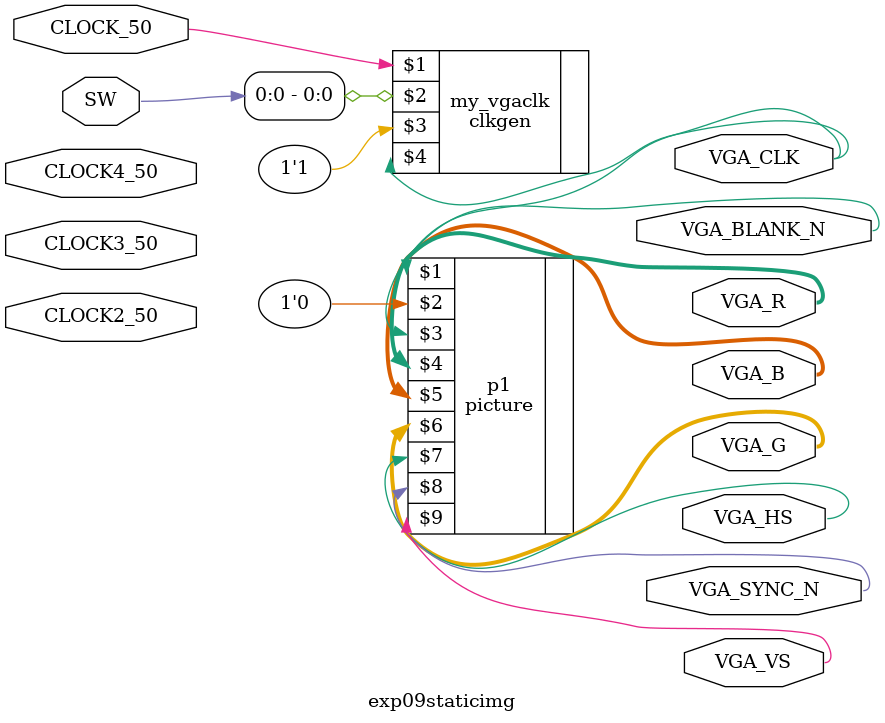
<source format=v>


module exp09staticimg(

	//////////// CLOCK //////////
	input 		          		CLOCK2_50,
	input 		          		CLOCK3_50,
	input 		          		CLOCK4_50,
	input 		          		CLOCK_50,

	//////////// SW //////////
	input 		     [9:0]		SW,

	//////////// VGA //////////
	output		          		VGA_BLANK_N,
	output		     [7:0]		VGA_B,
	output		          		VGA_CLK,
	output		     [7:0]		VGA_G,
	output		          		VGA_HS,
	output		     [7:0]		VGA_R,
	output		          		VGA_SYNC_N,
	output		          		VGA_VS
);


//=======================================================
//  REG/WIRE declarations
//=======================================================



//=======================================================
//  Structural coding
//=======================================================

clkgen #(25000000) my_vgaclk(CLOCK_50,SW[0],1'b1,VGA_CLK);
//vga_ctrl(pclk,reset,vga_data,[9:0] h_addr,[9:0] v_addr,hsync,vsync,valid,[7:0] vga_r,[7:0] vga_g,[7:0] vga_b);

//picture(clk,reset,VGA_BLANK_N,[7:0]VGA_R,[7:0]VGA_B,[7:0]VGA_G,VGA_HS,VGA_SYNC_N,VGA_VS);
picture p1(VGA_CLK, 1'b0, VGA_BLANK_N, VGA_R, VGA_B, VGA_G, VGA_HS, VGA_SYNC_N, VGA_VS);
endmodule

</source>
